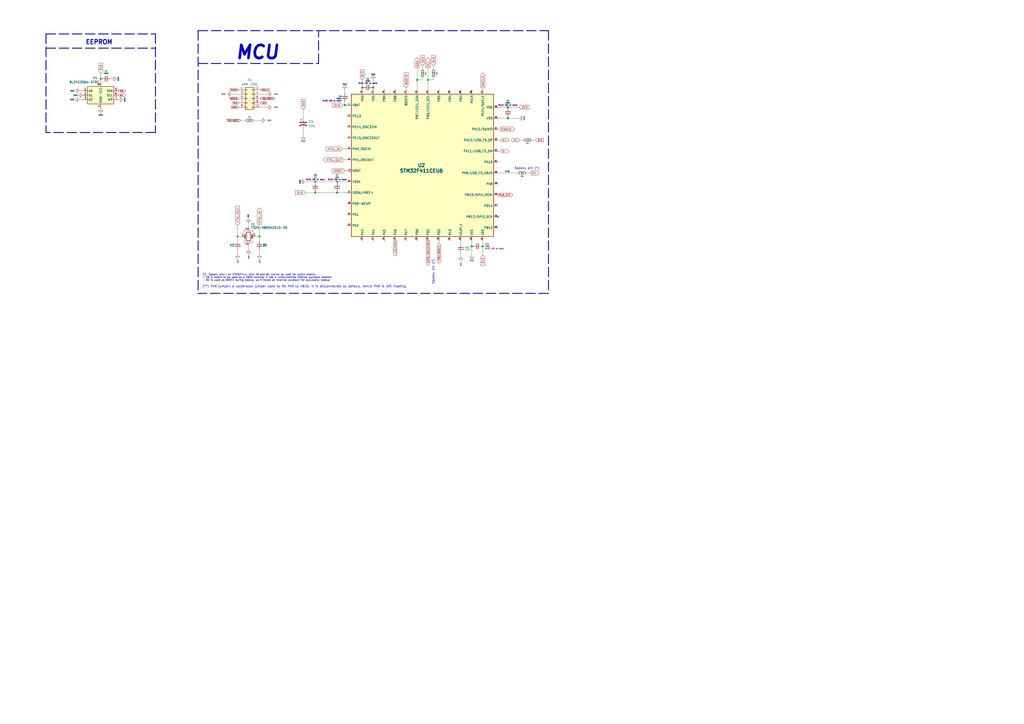
<source format=kicad_sch>
(kicad_sch (version 20210621) (generator eeschema)
  (paper "A2")
  (title_block (title "Noxary X60") (date "2021-08-26") (rev "v1.0.2") (company "Designed by Gondolindrim"))
  (lib_symbols
    (symbol "Connector_Generic:Conn_02x05_Odd_Even" (pin_names (offset 1.016) hide)
      (property "Reference" "J" (at 1.27 7.62 0))
      (property "Value" "Conn_02x05_Odd_Even" (at 1.27 -7.62 0))
      (symbol "Conn_02x05_Odd_Even_1_1"
        (rectangle (start -1.27 -4.953) (end 0 -5.207) (stroke (width 0.1524)))
        (rectangle (start -1.27 -2.413) (end 0 -2.667) (stroke (width 0.1524)))
        (rectangle (start -1.27 0.127) (end 0 -0.127) (stroke (width 0.1524)))
        (rectangle (start -1.27 2.667) (end 0 2.413) (stroke (width 0.1524)))
        (rectangle (start -1.27 5.207) (end 0 4.953) (stroke (width 0.1524)))
        (rectangle (start 3.81 -4.953) (end 2.54 -5.207) (stroke (width 0.1524)))
        (rectangle (start 3.81 -2.413) (end 2.54 -2.667) (stroke (width 0.1524)))
        (rectangle (start 3.81 0.127) (end 2.54 -0.127) (stroke (width 0.1524)))
        (rectangle (start 3.81 2.667) (end 2.54 2.413) (stroke (width 0.1524)))
        (rectangle (start 3.81 5.207) (end 2.54 4.953) (stroke (width 0.1524)))
        (rectangle (start -1.27 6.35) (end 3.81 -6.35) (stroke (width 0.254)) (fill (type background)))
        (pin passive line (at -5.08 5.08 0) (length 3.81) (name "Pin_1") (number "1"))
        (pin passive line (at 7.62 -5.08 180) (length 3.81) (name "Pin_10") (number "10"))
        (pin passive line (at 7.62 5.08 180) (length 3.81) (name "Pin_2") (number "2"))
        (pin passive line (at -5.08 2.54 0) (length 3.81) (name "Pin_3") (number "3"))
        (pin passive line (at 7.62 2.54 180) (length 3.81) (name "Pin_4") (number "4"))
        (pin passive line (at -5.08 0 0) (length 3.81) (name "Pin_5") (number "5"))
        (pin passive line (at 7.62 0 180) (length 3.81) (name "Pin_6") (number "6"))
        (pin passive line (at -5.08 -2.54 0) (length 3.81) (name "Pin_7") (number "7"))
        (pin passive line (at 7.62 -2.54 180) (length 3.81) (name "Pin_8") (number "8"))
        (pin passive line (at -5.08 -5.08 0) (length 3.81) (name "Pin_9") (number "9"))
      )
    )
    (symbol "Device:CP1" (pin_numbers hide) (pin_names (offset 0.254) hide)
      (property "Reference" "C" (at 0.635 2.54 0))
      (property "Value" "CP1" (at 0.635 -2.54 0))
      (symbol "CP1_0_1"
        (arc (start -2.032 -1.27) (end 2.032 -1.27) (radius (at 0 -3.81) (length 3.2512) (angles 128.7 51.3)) (stroke (width 0.508)))
        (polyline (pts (xy -2.032 0.762) (xy 2.032 0.762)) (stroke (width 0.508)))
        (polyline (pts (xy -1.778 2.286) (xy -0.762 2.286)))
        (polyline (pts (xy -1.27 1.778) (xy -1.27 2.794)))
      )
      (symbol "CP1_1_1"
        (pin passive line (at 0 3.81 270) (length 2.794) (name "~") (number "1"))
        (pin passive line (at 0 -3.81 90) (length 3.302) (name "~") (number "2"))
      )
    )
    (symbol "Device:C_Small" (pin_numbers hide) (pin_names (offset 0.254) hide)
      (property "Reference" "C" (at 0.254 1.778 0))
      (property "Value" "C_Small" (at 0.254 -2.032 0))
      (symbol "C_Small_0_1"
        (polyline (pts (xy -1.524 -0.508) (xy 1.524 -0.508)) (stroke (width 0.3302)))
        (polyline (pts (xy -1.524 0.508) (xy 1.524 0.508)) (stroke (width 0.3048)))
      )
      (symbol "C_Small_1_1"
        (pin passive line (at 0 2.54 270) (length 2.032) (name "~") (number "1"))
        (pin passive line (at 0 -2.54 90) (length 2.032) (name "~") (number "2"))
      )
    )
    (symbol "Device:Crystal_GND24" (pin_names (offset 1.016) hide)
      (property "Reference" "Y" (at 3.175 5.08 0))
      (property "Value" "Crystal_GND24" (at 3.175 3.175 0))
      (symbol "Crystal_GND24_0_1"
        (rectangle (start -1.143 2.54) (end 1.143 -2.54) (stroke (width 0.3048)))
        (polyline (pts (xy -2.54 0) (xy -2.032 0)))
        (polyline (pts (xy -2.032 -1.27) (xy -2.032 1.27)) (stroke (width 0.508)))
        (polyline (pts (xy 0 -3.81) (xy 0 -3.556)))
        (polyline (pts (xy 0 3.556) (xy 0 3.81)))
        (polyline (pts (xy 2.032 -1.27) (xy 2.032 1.27)) (stroke (width 0.508)))
        (polyline (pts (xy 2.032 0) (xy 2.54 0)))
        (polyline (pts (xy -2.54 -2.286) (xy -2.54 -3.556) (xy 2.54 -3.556) (xy 2.54 -2.286)))
        (polyline (pts (xy -2.54 2.286) (xy -2.54 3.556) (xy 2.54 3.556) (xy 2.54 2.286)))
      )
      (symbol "Crystal_GND24_1_1"
        (pin passive line (at -3.81 0 0) (length 1.27) (name "1") (number "1"))
        (pin passive line (at 0 5.08 270) (length 1.27) (name "2") (number "2"))
        (pin passive line (at 3.81 0 180) (length 1.27) (name "3") (number "3"))
        (pin passive line (at 0 -5.08 90) (length 1.27) (name "4") (number "4"))
      )
    )
    (symbol "Device:R_Small" (pin_numbers hide) (pin_names (offset 0.254) hide)
      (property "Reference" "R" (at 0.762 0.508 0))
      (property "Value" "R_Small" (at 0.762 -1.016 0))
      (symbol "R_Small_0_1"
        (rectangle (start -0.762 1.778) (end 0.762 -1.778) (stroke (width 0.2032)))
      )
      (symbol "R_Small_1_1"
        (pin passive line (at 0 2.54 270) (length 0.762) (name "~") (number "1"))
        (pin passive line (at 0 -2.54 90) (length 0.762) (name "~") (number "2"))
      )
    )
    (symbol "Memory_EEPROM:24LC256"
      (property "Reference" "U" (at -6.35 6.35 0))
      (property "Value" "24LC256" (at 1.27 6.35 0))
      (symbol "24LC256_1_1"
        (rectangle (start -7.62 5.08) (end 7.62 -5.08) (stroke (width 0.254)) (fill (type background)))
        (pin input line (at -10.16 2.54 0) (length 2.54) (name "A0") (number "1"))
        (pin input line (at -10.16 0 0) (length 2.54) (name "A1") (number "2"))
        (pin input line (at -10.16 -2.54 0) (length 2.54) (name "A2") (number "3"))
        (pin power_in line (at 0 -7.62 90) (length 2.54) (name "GND") (number "4"))
        (pin bidirectional line (at 10.16 2.54 180) (length 2.54) (name "SDA") (number "5"))
        (pin input line (at 10.16 0 180) (length 2.54) (name "SCL") (number "6"))
        (pin input line (at 10.16 -2.54 180) (length 2.54) (name "WP") (number "7"))
        (pin power_in line (at 0 7.62 270) (length 2.54) (name "VCC") (number "8"))
      )
    )
    (symbol "acheron_Symbols:STM32F411-48"
      (property "Reference" "U2" (at 0 1.905 0))
      (property "Value" "STM32F411-48" (at 0 -2.54 0))
      (symbol "STM32F411-48_0_1"
        (rectangle (start 41.91 41.91) (end -40.64 -40.64) (stroke (width 0.3048)) (fill (type background)))
      )
      (symbol "STM32F411-48_1_1"
        (pin power_in line (at -43.18 35.56 0) (length 2.54) (name "VBAT") (number "1"))
        (pin bidirectional line (at -43.18 -21.59 0) (length 2.54) (name "PA0-WKUP") (number "10"))
        (pin bidirectional line (at -43.18 -27.94 0) (length 2.54) (name "PA1") (number "11"))
        (pin bidirectional line (at -43.18 -34.29 0) (length 2.54) (name "PA2") (number "12"))
        (pin bidirectional line (at -34.29 -43.18 90) (length 2.54) (name "PA3") (number "13"))
        (pin bidirectional line (at -27.94 -43.18 90) (length 2.54) (name "PA4") (number "14"))
        (pin bidirectional line (at -21.59 -43.18 90) (length 2.54) (name "PA5") (number "15"))
        (pin bidirectional line (at -15.24 -43.18 90) (length 2.54) (name "PA6") (number "16"))
        (pin bidirectional line (at -8.89 -43.18 90) (length 2.54) (name "PA7") (number "17"))
        (pin bidirectional line (at -2.54 -43.18 90) (length 2.54) (name "PB0") (number "18"))
        (pin bidirectional line (at 3.81 -43.18 90) (length 2.54) (name "PB1") (number "19"))
        (pin bidirectional line (at -43.18 29.21 0) (length 2.54) (name "PC13") (number "2"))
        (pin bidirectional line (at 10.16 -43.18 90) (length 2.54) (name "PB2") (number "20"))
        (pin bidirectional line (at 16.51 -43.18 90) (length 2.54) (name "B10") (number "21"))
        (pin output line (at 22.86 -43.18 90) (length 2.54) (name "VCAP_1") (number "22"))
        (pin power_out line (at 29.21 -43.18 90) (length 2.54) (name "VSS") (number "23"))
        (pin power_in line (at 35.56 -43.18 90) (length 2.54) (name "VDD") (number "24"))
        (pin bidirectional line (at 44.45 -35.56 180) (length 2.54) (name "PB12") (number "25"))
        (pin bidirectional line (at 44.45 -29.21 180) (length 2.54) (name "PB13") (number "26") (alternate "PB13/SPI2_SCK" bidirectional line))
        (pin bidirectional line (at 44.45 -22.86 180) (length 2.54) (name "PB14") (number "27"))
        (pin bidirectional line (at 44.45 -16.51 180) (length 2.54) (name "PB15") (number "28") (alternate "PB15/SPI2_MOSI" bidirectional line))
        (pin bidirectional line (at 44.45 -10.16 180) (length 2.54) (name "PA8") (number "29"))
        (pin bidirectional line (at -43.18 22.86 0) (length 2.54) (name "PC14_OSC32IN") (number "3"))
        (pin bidirectional line (at 44.45 -3.81 180) (length 2.54) (name "PA9") (number "30") (alternate "PA9/USB_FS_VBUS" bidirectional line))
        (pin bidirectional line (at 44.45 2.54 180) (length 2.54) (name "PA10") (number "31"))
        (pin bidirectional line (at 44.45 8.89 180) (length 2.54) (name "PA11") (number "32") (alternate "PA11/USB_FS_DM" bidirectional line))
        (pin bidirectional line (at 44.45 15.24 180) (length 2.54) (name "PA12") (number "33") (alternate "PA12/USB_FS_DP" bidirectional line))
        (pin bidirectional line (at 44.45 21.59 180) (length 2.54) (name "PA13") (number "34") (alternate "PA12/SWDIO" bidirectional line))
        (pin power_in line (at 44.45 27.94 180) (length 2.54) (name "VSS") (number "35"))
        (pin power_out line (at 44.45 34.29 180) (length 2.54) (name "VDD") (number "36"))
        (pin bidirectional line (at 35.56 44.45 270) (length 2.54) (name "PA14") (number "37") (alternate "PA14/SWCLK" output line))
        (pin bidirectional line (at 29.21 44.45 270) (length 2.54) (name "PA15") (number "38"))
        (pin bidirectional line (at 22.86 44.45 270) (length 2.54) (name "PB3") (number "39"))
        (pin bidirectional line (at -43.18 16.51 0) (length 2.54) (name "PC15_OSC32OUT") (number "4"))
        (pin bidirectional line (at 16.51 44.45 270) (length 2.54) (name "PB4") (number "40"))
        (pin bidirectional line (at 10.16 44.45 270) (length 2.54) (name "PB5") (number "41"))
        (pin bidirectional line (at 3.81 44.45 270) (length 2.54) (name "PB6") (number "42") (alternate "PB6/I2C1_SCL" bidirectional line))
        (pin bidirectional line (at -2.54 44.45 270) (length 2.54) (name "PB7") (number "43") (alternate "PB7/I2C1_SDA" bidirectional line))
        (pin input line (at -8.89 44.45 270) (length 2.54) (name "BOOT0") (number "44"))
        (pin bidirectional line (at -15.24 44.45 270) (length 2.54) (name "PB8") (number "45"))
        (pin input line (at -21.59 44.45 270) (length 2.54) (name "PB9") (number "46"))
        (pin power_in line (at -27.94 44.45 270) (length 2.54) (name "VSS") (number "47"))
        (pin power_out line (at -34.29 44.45 270) (length 2.54) (name "VDD") (number "48"))
        (pin input line (at -43.18 10.16 0) (length 2.54) (name "PH0_OSCIN") (number "5"))
        (pin output line (at -43.18 3.81 0) (length 2.54) (name "PH1_OSCOUT") (number "6"))
        (pin input inverted (at -43.18 -2.54 0) (length 2.54) (name "NRST") (number "7"))
        (pin power_in line (at -43.18 -8.89 0) (length 2.54) (name "VSSA") (number "8"))
        (pin power_in line (at -43.18 -15.24 0) (length 2.54) (name "VDDA/VREF+") (number "9"))
      )
    )
    (symbol "power:GND" (power) (pin_names (offset 0))
      (property "Value" "GND" (at 0 -3.81 0))
      (symbol "GND_0_1"
        (polyline (pts (xy 0 0) (xy 0 -1.27) (xy 1.27 -1.27) (xy 0 -2.54) (xy -1.27 -1.27) (xy 0 -1.27)))
      )
      (symbol "GND_1_1"
        (pin power_in line (at 0 0 270) (length 0) hide (name "GND") (number "1"))
      )
    )
  )
  (junction (at 58.42 45.72) (diameter 0.9144))
  (junction (at 137.795 137.16) (diameter 0.9144))
  (junction (at 150.495 137.16) (diameter 0.9144))
  (junction (at 182.88 105.41))
  (junction (at 182.88 111.76))
  (junction (at 195.58 105.41))
  (junction (at 195.58 111.76))
  (junction (at 200.025 60.96) (diameter 1.016))
  (junction (at 210.185 50.8) (diameter 1.016))
  (junction (at 216.535 50.8) (diameter 1.016))
  (junction (at 241.935 46.355) (diameter 0.9144))
  (junction (at 248.285 46.355) (diameter 0.9144))
  (junction (at 273.685 142.875) (diameter 1.016))
  (junction (at 280.035 142.875))
  (junction (at 294.64 62.23) (diameter 1.016))
  (junction (at 294.64 68.58) (diameter 1.016))
  (no_connect (at 288.925 125.73))
  (wire (pts (xy 46.355 52.705) (xy 48.26 52.705)))
  (wire (pts (xy 46.355 57.785) (xy 48.26 57.785)))
  (wire (pts (xy 58.42 42.545) (xy 58.42 45.72)))
  (wire (pts (xy 58.42 45.72) (xy 58.42 47.625)))
  (wire (pts (xy 58.42 45.72) (xy 59.055 45.72)))
  (wire (pts (xy 64.135 45.72) (xy 64.77 45.72)))
  (wire (pts (xy 134.62 54.61) (xy 138.43 54.61)))
  (wire (pts (xy 137.795 130.81) (xy 137.795 137.16)))
  (wire (pts (xy 137.795 137.16) (xy 140.335 137.16)))
  (wire (pts (xy 137.795 139.7) (xy 137.795 137.16)))
  (wire (pts (xy 137.795 147.32) (xy 137.795 144.78)))
  (wire (pts (xy 139.7 69.85) (xy 142.24 69.85)))
  (wire (pts (xy 144.145 129.54) (xy 144.145 132.08)))
  (wire (pts (xy 144.145 144.78) (xy 144.145 142.24)))
  (wire (pts (xy 150.495 130.175) (xy 150.495 137.16)))
  (wire (pts (xy 150.495 137.16) (xy 147.955 137.16)))
  (wire (pts (xy 150.495 139.7) (xy 150.495 137.16)))
  (wire (pts (xy 150.495 147.32) (xy 150.495 144.78)))
  (wire (pts (xy 151.13 69.85) (xy 147.32 69.85)))
  (wire (pts (xy 154.94 54.61) (xy 151.13 54.61)))
  (wire (pts (xy 154.94 62.23) (xy 151.13 62.23)))
  (wire (pts (xy 175.895 63.5) (xy 175.895 67.945)))
  (wire (pts (xy 175.895 75.565) (xy 175.895 78.74)))
  (wire (pts (xy 177.165 105.41) (xy 182.88 105.41)))
  (wire (pts (xy 177.165 111.76) (xy 182.88 111.76)))
  (wire (pts (xy 182.88 105.41) (xy 182.88 106.045)))
  (wire (pts (xy 182.88 105.41) (xy 195.58 105.41)))
  (wire (pts (xy 182.88 111.125) (xy 182.88 111.76)))
  (wire (pts (xy 182.88 111.76) (xy 195.58 111.76)))
  (wire (pts (xy 195.58 105.41) (xy 195.58 106.045)))
  (wire (pts (xy 195.58 105.41) (xy 201.295 105.41)))
  (wire (pts (xy 195.58 111.125) (xy 195.58 111.76)))
  (wire (pts (xy 195.58 111.76) (xy 201.295 111.76)))
  (wire (pts (xy 198.755 60.96) (xy 200.025 60.96)))
  (wire (pts (xy 198.755 86.36) (xy 201.295 86.36)))
  (wire (pts (xy 198.755 92.71) (xy 201.295 92.71)))
  (wire (pts (xy 200.025 52.07) (xy 200.025 53.975)))
  (wire (pts (xy 200.025 59.055) (xy 200.025 60.96)))
  (wire (pts (xy 200.025 60.96) (xy 201.295 60.96)))
  (wire (pts (xy 200.025 99.06) (xy 201.295 99.06)))
  (wire (pts (xy 210.185 46.355) (xy 210.185 50.8)))
  (wire (pts (xy 210.185 50.8) (xy 210.185 52.07)))
  (wire (pts (xy 210.185 50.8) (xy 210.82 50.8)))
  (wire (pts (xy 215.9 50.8) (xy 216.535 50.8)))
  (wire (pts (xy 216.535 46.355) (xy 216.535 50.8)))
  (wire (pts (xy 216.535 50.8) (xy 216.535 52.07)))
  (wire (pts (xy 235.585 50.8) (xy 235.585 52.07)))
  (wire (pts (xy 241.935 39.37) (xy 241.935 46.355)))
  (wire (pts (xy 241.935 46.355) (xy 241.935 52.07)))
  (wire (pts (xy 245.11 38.1) (xy 245.11 40.005)))
  (wire (pts (xy 245.11 45.085) (xy 245.11 46.355)))
  (wire (pts (xy 245.11 46.355) (xy 241.935 46.355)))
  (wire (pts (xy 248.285 39.37) (xy 248.285 46.355)))
  (wire (pts (xy 248.285 46.355) (xy 248.285 52.07)))
  (wire (pts (xy 251.46 38.1) (xy 251.46 40.005)))
  (wire (pts (xy 251.46 45.085) (xy 251.46 46.355)))
  (wire (pts (xy 251.46 46.355) (xy 248.285 46.355)))
  (wire (pts (xy 254.635 139.7) (xy 254.635 140.97)))
  (wire (pts (xy 267.335 139.7) (xy 267.335 141.605)))
  (wire (pts (xy 267.335 146.685) (xy 267.335 148.59)))
  (wire (pts (xy 273.685 139.7) (xy 273.685 142.875)))
  (wire (pts (xy 273.685 142.875) (xy 273.685 147.955)))
  (wire (pts (xy 273.685 142.875) (xy 274.32 142.875)))
  (wire (pts (xy 279.4 142.875) (xy 280.035 142.875)))
  (wire (pts (xy 280.035 50.8) (xy 280.035 52.07)))
  (wire (pts (xy 280.035 139.7) (xy 280.035 142.875)))
  (wire (pts (xy 280.035 142.875) (xy 280.035 147.955)))
  (wire (pts (xy 288.925 62.23) (xy 294.64 62.23)))
  (wire (pts (xy 288.925 68.58) (xy 294.64 68.58)))
  (wire (pts (xy 288.925 74.93) (xy 290.195 74.93)))
  (wire (pts (xy 288.925 81.28) (xy 290.195 81.28)))
  (wire (pts (xy 288.925 87.63) (xy 290.195 87.63)))
  (wire (pts (xy 288.925 100.33) (xy 300.355 100.33)))
  (wire (pts (xy 294.64 62.23) (xy 294.64 62.865)))
  (wire (pts (xy 294.64 62.23) (xy 300.99 62.23)))
  (wire (pts (xy 294.64 67.945) (xy 294.64 68.58)))
  (wire (pts (xy 294.64 68.58) (xy 300.99 68.58)))
  (wire (pts (xy 303.53 81.28) (xy 301.625 81.28)))
  (wire (pts (xy 305.435 100.33) (xy 307.975 100.33)))
  (wire (pts (xy 310.515 81.28) (xy 308.61 81.28)))
  (polyline (pts (xy 26.67 19.685) (xy 26.67 76.835)) (stroke (width 0.508) (type dash)))
  (polyline (pts (xy 26.67 19.685) (xy 90.17 19.685)) (stroke (width 0.508) (type dash)))
  (polyline (pts (xy 26.67 27.94) (xy 90.17 27.94)) (stroke (width 0.508) (type dash)))
  (polyline (pts (xy 90.17 19.685) (xy 90.17 76.835)) (stroke (width 0.508) (type dash)))
  (polyline (pts (xy 90.17 76.835) (xy 26.67 76.835)) (stroke (width 0.508) (type dash)))
  (polyline (pts (xy 114.935 17.78) (xy 114.935 170.18)) (stroke (width 0.508) (type dash)))
  (polyline (pts (xy 114.935 17.78) (xy 318.135 17.78)) (stroke (width 0.508) (type dash)))
  (polyline (pts (xy 114.935 36.83) (xy 184.785 36.83)) (stroke (width 0.508) (type dash)))
  (polyline (pts (xy 184.785 36.83) (xy 184.785 17.78)) (stroke (width 0.508) (type dash)))
  (polyline (pts (xy 318.135 17.78) (xy 318.135 170.18)) (stroke (width 0.508) (type dash)))
  (polyline (pts (xy 318.135 170.18) (xy 114.935 170.18)) (stroke (width 0.508) (type dash)))
  (text "EEPROM" (at 49.53 26.035 0) (effects (font (size 2.54 2.54) (thickness 0.508) bold) (justify left bottom)))
  (text "(*) \"Spooky pins\": on STM32F4x1, pins A9 and B2 cannot be used for switch matrix:\n- A9 is meant to be used as a VBUS sensing. It has a undocumented internal pulldown resistor;\n- B2 is used as BOOT1 during bootup, so it needs an external pulldown for successful bootup\n" (at 117.475 163.195 0) (effects (font (size 1 1)) (justify left bottom)))
  (text "(**) PA9 jumper: a solderable jumper used to tie PA9 to VBUS. It is disconnected by default, hence PA9 is left floating" (at 117.475 167.005 0) (effects (font (size 1.27 1.27)) (justify left bottom)))
  (text "MCU" (at 162.56 34.925 180) (effects (font (size 7.62 7.62) (thickness 1.524) bold italic) (justify right bottom)))
  (text "Spooky pin (*)" (at 252.095 150.495 270) (effects (font (size 1.27 1.27)) (justify right bottom)))
  (text "Spooky pin (*)" (at 298.45 98.425 0) (effects (font (size 1.27 1.27)) (justify left bottom)))
  (label "PA9" (at 292.735 100.33 0) (effects (font (size 1 1))))
  (global_label "3V3" (shape input) (at 58.42 42.545 90) (property "Intersheet References" "${INTERSHEET_REFS}" (effects hide)))
  (global_label "SDA" (shape bidirectional) (at 68.58 52.705 0) (effects (font (size 0.762 0.762))) (property "Intersheet References" "${INTERSHEET_REFS}" (effects hide)))
  (global_label "SCL" (shape bidirectional) (at 68.58 55.245 0) (effects (font (size 0.762 0.762))) (property "Intersheet References" "${INTERSHEET_REFS}" (effects hide)))
  (global_label "XTAL_OUT" (shape input) (at 137.795 130.81 90) (property "Intersheet References" "${INTERSHEET_REFS}" (effects hide)))
  (global_label "SWDIO" (shape input) (at 138.43 52.07 180) (effects (font (size 0.762 0.762))) (property "Intersheet References" "${INTERSHEET_REFS}" (effects hide)))
  (global_label "BOOT0" (shape input) (at 138.43 57.15 180) (effects (font (size 0.762 0.762))) (property "Intersheet References" "${INTERSHEET_REFS}" (effects hide)))
  (global_label "3V3" (shape input) (at 138.43 59.69 180) (effects (font (size 0.762 0.762))) (property "Intersheet References" "${INTERSHEET_REFS}" (effects hide)))
  (global_label "NRST" (shape input) (at 138.43 62.23 180) (effects (font (size 0.762 0.762))) (property "Intersheet References" "${INTERSHEET_REFS}" (effects hide)))
  (global_label "PB2{slash}BOOT1" (shape input) (at 139.7 69.85 180) (effects (font (size 0.762 0.762))) (property "Intersheet References" "${INTERSHEET_REFS}" (effects hide)))
  (global_label "XTAL_IN" (shape output) (at 150.495 130.175 90) (property "Intersheet References" "${INTERSHEET_REFS}" (effects hide)))
  (global_label "SWCLK" (shape input) (at 151.13 52.07 0) (effects (font (size 0.762 0.762))) (property "Intersheet References" "${INTERSHEET_REFS}" (effects hide)))
  (global_label "PB2{slash}BOOT1" (shape input) (at 151.13 57.15 0) (effects (font (size 0.762 0.762))) (property "Intersheet References" "${INTERSHEET_REFS}" (effects hide)))
  (global_label "3V3" (shape input) (at 151.13 59.69 0) (effects (font (size 0.762 0.762))) (property "Intersheet References" "${INTERSHEET_REFS}" (effects hide)))
  (global_label "3V3" (shape input) (at 175.895 63.5 90) (property "Intersheet References" "${INTERSHEET_REFS}" (effects hide)))
  (global_label "3V3" (shape input) (at 177.165 111.76 180) (property "Intersheet References" "${INTERSHEET_REFS}" (effects hide)))
  (global_label "3V3" (shape input) (at 198.755 60.96 180) (property "Intersheet References" "${INTERSHEET_REFS}" (effects hide)))
  (global_label "XTAL_IN" (shape input) (at 198.755 86.36 180) (property "Intersheet References" "${INTERSHEET_REFS}" (effects hide)))
  (global_label "XTAL_OUT" (shape output) (at 198.755 92.71 180) (property "Intersheet References" "${INTERSHEET_REFS}" (effects hide)))
  (global_label "NRST" (shape input) (at 200.025 99.06 180) (property "Intersheet References" "${INTERSHEET_REFS}" (effects hide)))
  (global_label "3V3" (shape input) (at 210.185 46.355 90) (property "Intersheet References" "${INTERSHEET_REFS}" (effects hide)))
  (global_label "LED_PWM" (shape output) (at 229.235 139.7 270) (effects (font (size 1.016 1.016))) (property "Intersheet References" "${INTERSHEET_REFS}" (effects hide)))
  (global_label "BOOT0" (shape input) (at 235.585 50.8 90) (property "Intersheet References" "${INTERSHEET_REFS}" (effects hide)))
  (global_label "SDA" (shape output) (at 241.935 39.37 90) (property "Intersheet References" "${INTERSHEET_REFS}" (effects hide)))
  (global_label "3V3" (shape input) (at 245.11 38.1 90) (property "Intersheet References" "${INTERSHEET_REFS}" (effects hide)))
  (global_label "SCL" (shape output) (at 248.285 39.37 90) (property "Intersheet References" "${INTERSHEET_REFS}" (effects hide)))
  (global_label "CAPS_INDICATOR" (shape output) (at 248.285 139.7 270) (effects (font (size 1.016 1.016))) (property "Intersheet References" "${INTERSHEET_REFS}" (effects hide)))
  (global_label "3V3" (shape input) (at 251.46 38.1 90) (property "Intersheet References" "${INTERSHEET_REFS}" (effects hide)))
  (global_label "PB2{slash}BOOT1" (shape bidirectional) (at 254.635 140.97 270) (effects (font (size 1.016 1.016))) (property "Intersheet References" "${INTERSHEET_REFS}" (effects hide)))
  (global_label "SWCLK" (shape output) (at 280.035 50.8 90) (property "Intersheet References" "${INTERSHEET_REFS}" (effects hide)))
  (global_label "3V3" (shape input) (at 280.035 147.955 270) (property "Intersheet References" "${INTERSHEET_REFS}" (effects hide)))
  (global_label "RGB_3V3" (shape output) (at 288.925 113.03 0) (effects (font (size 1.016 1.016))) (property "Intersheet References" "${INTERSHEET_REFS}" (effects hide)))
  (global_label "SWDIO" (shape output) (at 290.195 74.93 0) (property "Intersheet References" "${INTERSHEET_REFS}" (effects hide)))
  (global_label "D+" (shape bidirectional) (at 290.195 81.28 0) (effects (font (size 1.016 1.016))) (property "Intersheet References" "${INTERSHEET_REFS}" (effects hide)))
  (global_label "D-" (shape bidirectional) (at 290.195 87.63 0) (effects (font (size 1.016 1.016))) (property "Intersheet References" "${INTERSHEET_REFS}" (effects hide)))
  (global_label "3V3" (shape input) (at 300.99 62.23 0) (property "Intersheet References" "${INTERSHEET_REFS}" (effects hide)))
  (global_label "D+" (shape bidirectional) (at 301.625 81.28 180) (effects (font (size 1.016 1.016))) (property "Intersheet References" "${INTERSHEET_REFS}" (effects hide)))
  (global_label "5V" (shape output) (at 307.975 100.33 0) (property "Intersheet References" "${INTERSHEET_REFS}" (effects hide)))
  (global_label "3V3" (shape input) (at 310.515 81.28 0) (effects (font (size 1.016 1.016))) (property "Intersheet References" "${INTERSHEET_REFS}" (effects hide)))
  (symbol (lib_id "power:GND") (at 46.355 52.705 270) (unit 1)
    (property "Reference" "#PWR04" (effects hide))
    (property "Value" "GND" (at 41.91 52.705 90) (effects (font (size 0.762 0.762))))
  )
  (symbol (lib_id "power:GND") (at 46.355 57.785 270) (unit 1)
    (property "Reference" "#PWR08" (effects hide))
    (property "Value" "GND" (at 41.91 57.785 90) (effects (font (size 0.762 0.762))))
  )
  (symbol (lib_id "power:GND") (at 48.26 55.245 270) (unit 1)
    (property "Reference" "#PWR07" (effects hide))
    (property "Value" "GND" (at 43.815 55.245 90) (effects (font (size 0.762 0.762))))
  )
  (symbol (lib_id "power:GND") (at 58.42 62.865 0) (unit 1)
    (property "Reference" "#PWR011" (effects hide))
    (property "Value" "GND" (at 58.42 66.675 0) (effects (font (size 0.762 0.762))))
  )
  (symbol (lib_id "power:GND") (at 64.77 45.72 90) (unit 1)
    (property "Reference" "#PWR01" (effects hide))
    (property "Value" "GND" (at 68.58 45.72 0) (effects (font (size 0.762 0.762))))
  )
  (symbol (lib_id "power:GND") (at 68.58 57.785 90) (unit 1)
    (property "Reference" "#PWR09" (effects hide))
    (property "Value" "GND" (at 72.39 57.785 0) (effects (font (size 0.762 0.762))))
  )
  (symbol (lib_id "power:GND") (at 134.62 54.61 270) (unit 1)
    (property "Reference" "#PWR05" (effects hide))
    (property "Value" "GND" (at 129.54 54.61 90) (effects (font (size 0.762 0.762))))
  )
  (symbol (lib_id "power:GND") (at 137.795 147.32 0) (unit 1)
    (property "Reference" "#PWR018" (effects hide))
    (property "Value" "GND" (at 137.922 150.5712 90) (effects (font (size 0.635 0.635)) (justify right)))
  )
  (symbol (lib_id "power:GND") (at 144.145 129.54 180) (unit 1)
    (property "Reference" "#PWR016" (effects hide))
    (property "Value" "GND" (at 144.018 126.2888 90) (effects (font (size 0.635 0.635)) (justify right)))
  )
  (symbol (lib_id "power:GND") (at 144.145 144.78 0) (unit 1)
    (property "Reference" "#PWR017" (effects hide))
    (property "Value" "GND" (at 144.272 148.0312 90) (effects (font (size 0.635 0.635)) (justify right)))
  )
  (symbol (lib_id "power:GND") (at 150.495 147.32 0) (unit 1)
    (property "Reference" "#PWR019" (effects hide))
    (property "Value" "GND" (at 150.622 150.5712 90) (effects (font (size 0.635 0.635)) (justify right)))
  )
  (symbol (lib_id "power:GND") (at 151.13 69.85 90) (unit 1)
    (property "Reference" "#PWR013" (effects hide))
    (property "Value" "GND" (at 156.21 69.85 90) (effects (font (size 0.762 0.762))))
  )
  (symbol (lib_id "power:GND") (at 154.94 54.61 90) (unit 1)
    (property "Reference" "#PWR06" (effects hide))
    (property "Value" "GND" (at 160.02 54.61 90) (effects (font (size 0.762 0.762))))
  )
  (symbol (lib_id "power:GND") (at 154.94 62.23 90) (unit 1)
    (property "Reference" "#PWR010" (effects hide))
    (property "Value" "GND" (at 160.02 62.23 90) (effects (font (size 0.762 0.762))))
  )
  (symbol (lib_id "power:GND") (at 175.895 78.74 0) (unit 1)
    (property "Reference" "#PWR014" (effects hide))
    (property "Value" "GND" (at 175.895 81.915 0) (effects (font (size 0.762 0.762))))
  )
  (symbol (lib_id "power:GND") (at 177.165 105.41 270) (unit 1)
    (property "Reference" "#PWR015" (effects hide))
    (property "Value" "GND" (at 173.99 105.41 0) (effects (font (size 0.762 0.762))))
  )
  (symbol (lib_id "power:GND") (at 200.025 52.07 180) (unit 1)
    (property "Reference" "#PWR03" (effects hide))
    (property "Value" "GND" (at 200.025 48.895 0) (effects (font (size 0.762 0.762))))
  )
  (symbol (lib_id "power:GND") (at 216.535 46.355 180) (unit 1)
    (property "Reference" "#PWR02" (effects hide))
    (property "Value" "GND" (at 216.535 43.18 0) (effects (font (size 0.762 0.762))))
  )
  (symbol (lib_id "power:GND") (at 267.335 148.59 0) (unit 1)
    (property "Reference" "#PWR021" (effects hide))
    (property "Value" "GND" (at 267.335 153.3652 90) (effects (font (size 0.635 0.635))))
  )
  (symbol (lib_id "power:GND") (at 273.685 147.955 0) (unit 1)
    (property "Reference" "#PWR020" (effects hide))
    (property "Value" "GND" (at 273.685 151.13 0) (effects (font (size 0.762 0.762))))
  )
  (symbol (lib_id "power:GND") (at 300.99 68.58 90) (unit 1)
    (property "Reference" "#PWR012" (effects hide))
    (property "Value" "GND" (at 304.165 68.58 0) (effects (font (size 0.762 0.762))))
  )
  (symbol (lib_id "Device:R_Small") (at 144.78 69.85 90) (unit 1)
    (property "Reference" "R3" (at 144.78 67.945 90) (effects (font (size 0.7874 0.7874))))
    (property "Value" "10k" (at 144.78 69.85 90) (effects (font (size 0.7874 0.7874))))
    (property "Footprint" "Resistor_SMD:R_0805_2012Metric" (effects hide))
    (property "Package" "R0805" (effects hide))
  )
  (symbol (lib_id "Device:R_Small") (at 245.11 42.545 0) (unit 1)
    (property "Reference" "R1" (at 247.015 42.5449 90) (effects (font (size 0.762 0.762))))
    (property "Value" "1.5k" (at 245.11 42.5449 90) (effects (font (size 0.762 0.762))))
    (property "Footprint" "Resistor_SMD:R_0402_1005Metric" (effects hide))
    (property "Package" "R0402" (effects hide))
  )
  (symbol (lib_id "Device:R_Small") (at 251.46 42.545 0) (unit 1)
    (property "Reference" "R2" (at 253.365 42.5449 90) (effects (font (size 0.762 0.762))))
    (property "Value" "1.5k" (at 251.46 42.5449 90) (effects (font (size 0.762 0.762))))
    (property "Footprint" "Resistor_SMD:R_0402_1005Metric" (effects hide))
    (property "Package" "R0402" (effects hide))
  )
  (symbol (lib_id "Device:R_Small") (at 302.895 100.33 270) (unit 1)
    (property "Reference" "R5" (at 302.895 102.235 90) (effects (font (size 0.7874 0.7874))))
    (property "Value" "0R" (at 302.895 100.33 90) (effects (font (size 0.7874 0.7874))))
    (property "Footprint" "Resistor_SMD:R_0805_2012Metric" (effects hide))
    (property "Package" "R0805" (effects hide))
  )
  (symbol (lib_id "Device:R_Small") (at 306.07 81.28 270) (unit 1)
    (property "Reference" "R4" (at 306.07 83.185 90) (effects (font (size 0.7874 0.7874))))
    (property "Value" "1.5k" (at 306.07 81.28 90) (effects (font (size 0.7874 0.7874))))
    (property "Footprint" "Resistor_SMD:R_0402_1005Metric" (effects hide))
    (property "Package" "R0402" (effects hide))
  )
  (symbol (lib_id "Device:C_Small") (at 61.595 45.72 270) (unit 1)
    (property "Reference" "C1" (at 61.595 41.275 90) (effects (font (size 0.762 0.762))))
    (property "Value" "100n" (at 61.595 42.545 90) (effects (font (size 0.762 0.762))))
    (property "Footprint" "Capacitor_SMD:C_0402_1005Metric" (effects hide))
    (property "Package" "C0402" (effects hide))
  )
  (symbol (lib_id "Device:C_Small") (at 137.795 142.24 0) (unit 1)
    (property "Reference" "C8" (at 133.985 142.24 90) (effects (font (size 0.7874 0.7874))))
    (property "Value" "16p" (at 135.255 142.24 90) (effects (font (size 0.7874 0.7874))))
    (property "Footprint" "Capacitor_SMD:C_0402_1005Metric" (effects hide))
    (property "Package" "C0402" (effects hide))
    (property "Description" "MLCC 10V or more" (effects hide))
  )
  (symbol (lib_id "Device:C_Small") (at 150.495 142.24 0) (mirror y) (unit 1)
    (property "Reference" "C9" (at 154.305 142.24 90) (effects (font (size 0.7874 0.7874))))
    (property "Value" "16p" (at 153.035 142.24 90) (effects (font (size 0.7874 0.7874))))
    (property "Footprint" "Capacitor_SMD:C_0402_1005Metric" (effects hide))
    (property "Package" "C0402" (effects hide))
    (property "Description" "MLCC 10V or more" (effects hide))
  )
  (symbol (lib_id "Device:C_Small") (at 182.88 108.585 180) (unit 1)
    (property "Reference" "C6" (at 182.88 101.6 0) (effects (font (size 0.762 0.762))))
    (property "Value" "1u" (at 182.88 102.87 0) (effects (font (size 0.762 0.762))))
    (property "Footprint" "Capacitor_SMD:C_0402_1005Metric" (effects hide))
    (property "Package" "C0402" (effects hide))
    (property "Specification" "MLCC 10V or more" (at 182.88 104.14 0) (effects (font (size 0.762 0.762))))
  )
  (symbol (lib_id "Device:C_Small") (at 195.58 108.585 180) (unit 1)
    (property "Reference" "C7" (at 195.58 101.6 0) (effects (font (size 0.762 0.762))))
    (property "Value" "10n" (at 195.58 102.87 0) (effects (font (size 0.762 0.762))))
    (property "Footprint" "Capacitor_SMD:C_0402_1005Metric" (effects hide))
    (property "Package" "C0402" (effects hide))
    (property "Specification" "MLCC 10V or more" (at 195.58 104.14 0) (effects (font (size 0.762 0.762))))
  )
  (symbol (lib_id "Device:C_Small") (at 200.025 56.515 180) (unit 1)
    (property "Reference" "C3" (at 198.12 55.88 0) (effects (font (size 0.762 0.762)) (justify left)))
    (property "Value" "100n" (at 198.12 57.15 0) (effects (font (size 0.762 0.762)) (justify left)))
    (property "Footprint" "Capacitor_SMD:C_0402_1005Metric" (effects hide))
    (property "Package" "C0402" (effects hide))
    (property "Specification" "MLCC 10V or more" (at 198.12 58.42 0) (effects (font (size 0.762 0.762)) (justify left)))
  )
  (symbol (lib_id "Device:C_Small") (at 213.36 50.8 90) (unit 1)
    (property "Reference" "C2" (at 213.36 45.72 90) (effects (font (size 0.762 0.762))))
    (property "Value" "100n" (at 213.36 46.99 90) (effects (font (size 0.762 0.762))))
    (property "Footprint" "Capacitor_SMD:C_0402_1005Metric" (effects hide))
    (property "Package" "C0402" (effects hide))
    (property "Specification" "MLCC 10V or more" (at 213.36 48.26 90) (effects (font (size 0.762 0.762))))
  )
  (symbol (lib_id "Device:C_Small") (at 267.335 144.145 180) (unit 1)
    (property "Reference" "C11" (at 269.875 143.51 0) (effects (font (size 0.7874 0.7874)) (justify right)))
    (property "Value" "4.7u" (at 269.875 144.78 0) (effects (font (size 0.7874 0.7874)) (justify right)))
    (property "Footprint" "Capacitor_SMD:C_0402_1005Metric" (effects hide))
    (property "Package" "C0402" (effects hide))
    (property "Description" "MLCC 10V or more" (effects hide))
  )
  (symbol (lib_id "Device:C_Small") (at 276.86 142.875 90) (unit 1)
    (property "Reference" "C10" (at 281.305 141.605 90) (effects (font (size 0.762 0.762)) (justify right)))
    (property "Value" "100n" (at 281.305 142.875 90) (effects (font (size 0.762 0.762)) (justify right)))
    (property "Footprint" "Capacitor_SMD:C_0402_1005Metric" (effects hide))
    (property "Package" "C0402" (effects hide))
    (property "Specification" "MLCC 10V or more" (at 281.305 144.145 90) (effects (font (size 0.762 0.762)) (justify right)))
  )
  (symbol (lib_id "Device:C_Small") (at 294.64 65.405 180) (unit 1)
    (property "Reference" "C4" (at 294.64 58.42 0) (effects (font (size 0.762 0.762))))
    (property "Value" "100n" (at 294.64 59.69 0) (effects (font (size 0.762 0.762))))
    (property "Footprint" "Capacitor_SMD:C_0402_1005Metric" (effects hide))
    (property "Package" "C0402" (effects hide))
    (property "Specification" "MLCC 10V or more" (at 294.64 60.96 0) (effects (font (size 0.762 0.762))))
  )
  (symbol (lib_id "Device:CP1") (at 175.895 71.755 0) (unit 1)
    (property "Reference" "C5" (at 179.07 70.4849 0) (effects (justify left)))
    (property "Value" "10u" (at 179.07 73.0249 0) (effects (justify left)))
    (property "Footprint" "acheron_Components:CP_EIA-3216-10_Kemet-I_Pad1.58x1.35mm_HandSolder" (effects hide))
    (property "Package" "CASE A (3216)" (effects hide))
    (property "Description" "Tantallum capacitor 10V or more" (effects hide))
  )
  (symbol (lib_id "Device:Crystal_GND24") (at 144.145 137.16 0) (unit 1)
    (property "Reference" "Y1" (at 145.415 130.1749 0) (effects (justify left)))
    (property "Value" "7325-0800A2010-00" (at 145.415 132.0799 0) (effects (justify left)))
    (property "Footprint" "acheron_Components:Crystal_SMD_3225-4Pin_3.2x2.5mm" (effects hide))
    (property "Manufacturer" "XTY" (effects hide))
    (property "Vendor Part Number" "LCSC C389817 (https://lcsc.com/product-detail/Crystals_XTY-7325-0800A2010-00_C389817.html)" (effects hide))
    (property "Package" "Y_3225_4P" (effects hide))
    (property "Description" "8MHz 3225-4P oscillator crystal" (effects hide))
    (property "Manufacturer Part Number" "7325-0800A2010-00" (effects hide))
  )
  (symbol (lib_id "Connector_Generic:Conn_02x05_Odd_Even") (at 143.51 57.15 0) (unit 1) (in_bom no)
    (property "Reference" "X1" (at 144.78 46.355 0))
    (property "Value" "ARM JTAG" (at 144.78 48.895 0))
    (property "Footprint" "acheron_Connectors:PinHeader_2x5_P2.54mm_Vertical_Staggered" (effects hide))
    (property "Specification" "2.54mm pitch 2x4 through hole pin header, staggered" (effects hide))
  )
  (symbol (lib_id "Memory_EEPROM:24LC256") (at 58.42 55.245 0) (unit 1)
    (property "Reference" "U1" (at 55.245 45.085 0))
    (property "Value" "BL24C256A-SFRC" (at 48.895 47.625 0))
    (property "Footprint" "acheron_Components:TSSOP-8_4.4x3mm_P0.65mm" (effects hide))
    (property "Datasheet" "https://datasheet.lcsc.com/lcsc/1811152228_BL-Shanghai-Belling-BL24C256A-SFRC_C110276.pdf" (effects hide))
    (property "Manufacturer" "Shanghai Belling" (effects hide))
    (property "Manufacturer Part Number" "BL24C256A-SFRC" (effects hide))
    (property "Package" "TSSOP-8" (effects hide))
    (property "Vendor Part Number" "LCSC C691875 (https://lcsc.com/product-detail/EEPROM_BL-Shanghai-Belling-BL24C256A-NTRC_C691875.html)" (effects hide))
    (property "Description" "TSSOP-8 non-volatile 256Kb (32K x 8) I2C EEPROM" (effects hide))
  )
  (symbol (lib_id "acheron_Symbols:STM32F411-48") (at 244.475 96.52 0) (unit 1)
    (property "Reference" "U2" (at 244.475 95.885 0) (effects (font (size 2.0066 2.0066) bold)))
    (property "Value" "STM32F411CEU6" (at 244.475 99.06 0) (effects (font (size 2.0066 2.0066) bold)))
    (property "Footprint" "acheron_Components:STM_UFQFPN-48_LQFP-48-1EP_7x7mm_P0.5mm_HandSoldering_ThermalReliefs" (effects hide))
    (property "Datasheet" "https://www.st.com/resource/en/datasheet/stm32f411ce.pdf" (effects hide))
    (property "Manufacturer" "STMicroelectronics" (effects hide))
    (property "Manufacturer Part Number" "STM32F411" (effects hide))
    (property "Package" "UFQFPN-48" (effects hide))
    (property "Description" "32-bit ARM Cortex-M0+ 128kBytes flash microcontroller" (effects hide))
    (property "Vendor Part Number" "LCSC C60420 (https://lcsc.com/product-detail/ST-Microelectronics_STMicroelectronics-STM32F411CEU6_C60420.html)" (effects hide))
    (pin "26" (alternate "PB13/SPI2_SCK"))
    (pin "28" (alternate "PB15/SPI2_MOSI"))
    (pin "30" (alternate "PA9/USB_FS_VBUS"))
    (pin "32" (alternate "PA11/USB_FS_DM"))
    (pin "33" (alternate "PA12/USB_FS_DP"))
    (pin "34" (alternate "PA12/SWDIO"))
    (pin "37" (alternate "PA14/SWCLK"))
    (pin "42" (alternate "PB6/I2C1_SCL"))
    (pin "43" (alternate "PB7/I2C1_SDA"))
  )
)
</source>
